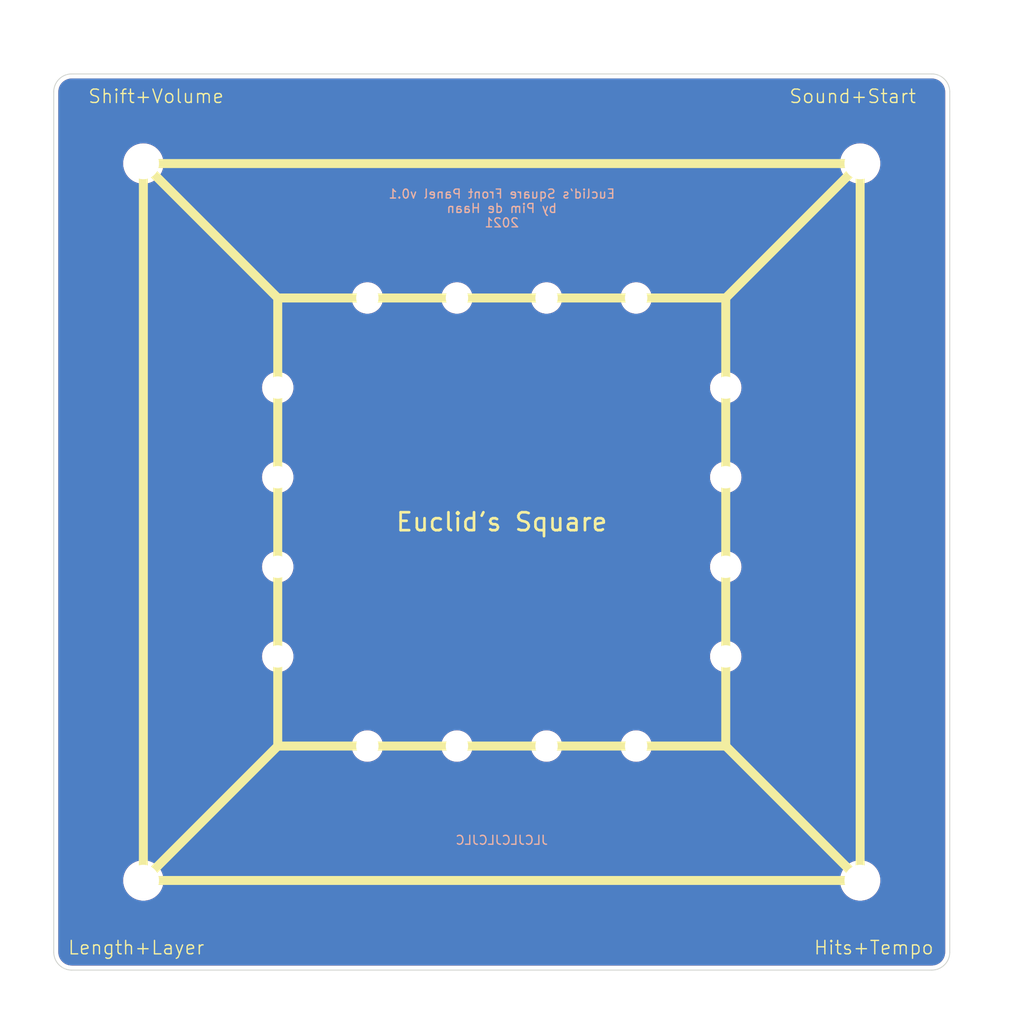
<source format=kicad_pcb>
(kicad_pcb (version 20201220) (generator pcbnew)
  (layers (0 "F.Cu" signal) (31 "B.Cu" signal) (34 "B.Paste" user) (35 "F.Paste" user) (36 "B.SilkS" user "B.Silkscreen") (37 "F.SilkS" user "F.Silkscreen") (38 "B.Mask" user) (39 "F.Mask" user) (44 "Edge.Cuts" user))
  (net 0 "")
  (footprint "MountingHole:MountingHole_3.5mm" (layer "F.Cu") (at 110 60)
    (fp_text reference "REF**" hide)
    (fp_text value "MountingHole_3.5mm")
    (pad "1" np_thru_hole circle (at 0 0) (size 3.5 3.5) (drill 3.5) (layers *.Cu *.Mask))
  )
  (footprint "MountingHole:MountingHole_2.5mm" (layer "F.Cu") (at 145 125)
    (fp_text reference "REF**" hide)
    (fp_text value "MountingHole_2.5mm")
    (pad "1" np_thru_hole circle (at 0 0) (size 2.5 2.5) (drill 2.5) (layers *.Cu *.Mask))
  )
  (footprint "MountingHole:MountingHole_2.5mm" (layer "F.Cu") (at 155 75)
    (fp_text reference "REF**" hide)
    (fp_text value "MountingHole_2.5mm")
    (pad "1" np_thru_hole circle (at 0 0) (size 2.5 2.5) (drill 2.5) (layers *.Cu *.Mask))
  )
  (footprint "MountingHole:MountingHole_2.5mm" (layer "F.Cu") (at 175 95)
    (fp_text reference "REF**" hide)
    (fp_text value "MountingHole_2.5mm")
    (pad "1" np_thru_hole circle (at 0 0) (size 2.5 2.5) (drill 2.5) (layers *.Cu *.Mask))
  )
  (footprint "MountingHole:MountingHole_2.5mm" (layer "F.Cu") (at 145 75)
    (fp_text reference "REF**" hide)
    (fp_text value "MountingHole_2.5mm")
    (pad "1" np_thru_hole circle (at 0 0) (size 2.5 2.5) (drill 2.5) (layers *.Cu *.Mask))
  )
  (footprint "MountingHole:MountingHole_2.5mm" (layer "F.Cu") (at 125 105)
    (fp_text reference "REF**" hide)
    (fp_text value "MountingHole_2.5mm")
    (pad "1" np_thru_hole circle (at 0 0) (size 2.5 2.5) (drill 2.5) (layers *.Cu *.Mask))
  )
  (footprint "MountingHole:MountingHole_2.5mm" (layer "F.Cu") (at 175 115)
    (fp_text reference "REF**" hide)
    (fp_text value "MountingHole_2.5mm")
    (pad "1" np_thru_hole circle (at 0 0) (size 2.5 2.5) (drill 2.5) (layers *.Cu *.Mask))
  )
  (footprint "MountingHole:MountingHole_2.5mm" (layer "F.Cu") (at 125 85)
    (fp_text reference "REF**" hide)
    (fp_text value "MountingHole_2.5mm")
    (pad "1" np_thru_hole circle (at 0 0) (size 2.5 2.5) (drill 2.5) (layers *.Cu *.Mask))
  )
  (footprint "MountingHole:MountingHole_3.5mm" (layer "F.Cu") (at 190 140)
    (fp_text reference "REF**" hide)
    (fp_text value "MountingHole_3.5mm")
    (pad "1" np_thru_hole circle (at 0 0) (size 3.5 3.5) (drill 3.5) (layers *.Cu *.Mask))
  )
  (footprint "MountingHole:MountingHole_2.5mm" (layer "F.Cu") (at 135 75)
    (fp_text reference "REF**" hide)
    (fp_text value "MountingHole_2.5mm")
    (pad "1" np_thru_hole circle (at 0 0) (size 2.5 2.5) (drill 2.5) (layers *.Cu *.Mask))
  )
  (footprint "MountingHole:MountingHole_2.5mm" (layer "F.Cu") (at 135 125)
    (fp_text reference "REF**" hide)
    (fp_text value "MountingHole_2.5mm")
    (pad "1" np_thru_hole circle (at 0 0) (size 2.5 2.5) (drill 2.5) (layers *.Cu *.Mask))
  )
  (footprint "MountingHole:MountingHole_2.5mm" (layer "F.Cu") (at 165 125)
    (fp_text reference "REF**" hide)
    (fp_text value "MountingHole_2.5mm")
    (pad "1" np_thru_hole circle (at 0 0) (size 2.5 2.5) (drill 2.5) (layers *.Cu *.Mask))
  )
  (footprint "MountingHole:MountingHole_2.5mm" (layer "F.Cu") (at 125 115)
    (fp_text reference "REF**" hide)
    (fp_text value "MountingHole_2.5mm")
    (pad "1" np_thru_hole circle (at 0 0) (size 2.5 2.5) (drill 2.5) (layers *.Cu *.Mask))
  )
  (footprint "MountingHole:MountingHole_3.5mm" (layer "F.Cu") (at 110 140)
    (fp_text reference "REF**" hide)
    (fp_text value "MountingHole_3.5mm")
    (pad "1" np_thru_hole circle (at 0 0) (size 3.5 3.5) (drill 3.5) (layers *.Cu *.Mask))
  )
  (footprint "MountingHole:MountingHole_2.5mm" (layer "F.Cu") (at 175 85)
    (fp_text reference "REF**" hide)
    (fp_text value "MountingHole_2.5mm")
    (pad "1" np_thru_hole circle (at 0 0) (size 2.5 2.5) (drill 2.5) (layers *.Cu *.Mask))
  )
  (footprint "MountingHole:MountingHole_3.5mm" (layer "F.Cu") (at 190 60)
    (fp_text reference "REF**" hide)
    (fp_text value "MountingHole_3.5mm")
    (pad "1" np_thru_hole circle (at 0 0) (size 3.5 3.5) (drill 3.5) (layers *.Cu *.Mask))
  )
  (footprint "MountingHole:MountingHole_2.5mm" (layer "F.Cu") (at 125 95)
    (fp_text reference "REF**" hide)
    (fp_text value "MountingHole_2.5mm")
    (pad "1" np_thru_hole circle (at 0 0) (size 2.5 2.5) (drill 2.5) (layers *.Cu *.Mask))
  )
  (footprint "MountingHole:MountingHole_2.5mm" (layer "F.Cu") (at 165 75)
    (fp_text reference "REF**" hide)
    (fp_text value "MountingHole_2.5mm")
    (pad "1" np_thru_hole circle (at 0 0) (size 2.5 2.5) (drill 2.5) (layers *.Cu *.Mask))
  )
  (footprint "MountingHole:MountingHole_2.5mm" (layer "F.Cu") (at 155 125)
    (fp_text reference "REF**" hide)
    (fp_text value "MountingHole_2.5mm")
    (pad "1" np_thru_hole circle (at 0 0) (size 2.5 2.5) (drill 2.5) (layers *.Cu *.Mask))
  )
  (footprint "MountingHole:MountingHole_2.5mm" (layer "F.Cu") (at 175 105)
    (fp_text reference "REF**" hide)
    (fp_text value "MountingHole_2.5mm")
    (pad "1" np_thru_hole circle (at 0 0) (size 2.5 2.5) (drill 2.5) (layers *.Cu *.Mask))
  )
  (gr_line (start 125 125) (end 110 140) (layer "F.SilkS") (width 1))
  (gr_line (start 110 60) (end 125 75) (layer "F.SilkS") (width 1))
  (gr_rect (start 125 75) (end 175 125) (layer "F.SilkS") (width 1) (fill none))
  (gr_rect (start 110 60) (end 190 140) (layer "F.SilkS") (width 1) (fill none))
  (gr_line (start 175 125) (end 190 140) (layer "F.SilkS") (width 1))
  (gr_line (start 190 60) (end 175 75) (layer "F.SilkS") (width 1))
  (gr_arc (start 198 148) (end 200 148) (angle 90) (layer "Edge.Cuts") (width 0.1))
  (gr_arc (start 102 52) (end 100 52) (angle 90) (layer "Edge.Cuts") (width 0.1))
  (gr_line (start 198 50) (end 102 50) (layer "Edge.Cuts") (width 0.1))
  (gr_line (start 100 52) (end 100 148) (layer "Edge.Cuts") (width 0.1))
  (gr_line (start 102 150) (end 198 150) (layer "Edge.Cuts") (width 0.1))
  (gr_arc (start 198 52) (end 198 50) (angle 90) (layer "Edge.Cuts") (width 0.1))
  (gr_line (start 200 148) (end 200 52) (layer "Edge.Cuts") (width 0.1))
  (gr_arc (start 102 148) (end 100 148) (angle -90) (layer "Edge.Cuts") (width 0.1))
  (gr_text "JLCJLCJLCJLC" (at 150 135.5) (layer "B.SilkS") (effects (font (size 1 1)) (justify mirror)))
  (gr_text "Euclid's Square Front Panel v0.1\nby Pim de Haan\n2021" (at 150 65) (layer "B.SilkS") (effects (font (size 1 1)) (justify mirror)))
  (gr_text "Length+Layer\n" (at 101.5 147.5) (layer "F.SilkS") (effects (font (size 1.5 1.5)) (justify left)))
  (gr_text "Shift+Volume" (at 103.75 52.5) (layer "F.SilkS") (effects (font (size 1.5 1.5)) (justify left)))
  (gr_text "Euclid's Square" (at 150 100) (layer "F.SilkS") (effects (font (size 2 2) (thickness 0.3))))
  (gr_text "Sound+Start\n" (at 182 52.5) (layer "F.SilkS") (effects (font (size 1.5 1.5)) (justify left)))
  (gr_text "Hits+Tempo\n" (at 184.75 147.5) (layer "F.SilkS") (effects (font (size 1.5 1.5)) (justify left)))
  (zone (net 0) (net_name "") (layers F&B.Cu) (connect_pads (clearance 0.508)) (min_thickness 0.254) (fill yes (thermal_gap 0.508) (thermal_bridge_width 0.508))
    (polygon (pts (xy 206.75 156) (xy 94.25 155.75) (xy 94 42) (xy 206.75 41.75)))
  )
)
</source>
